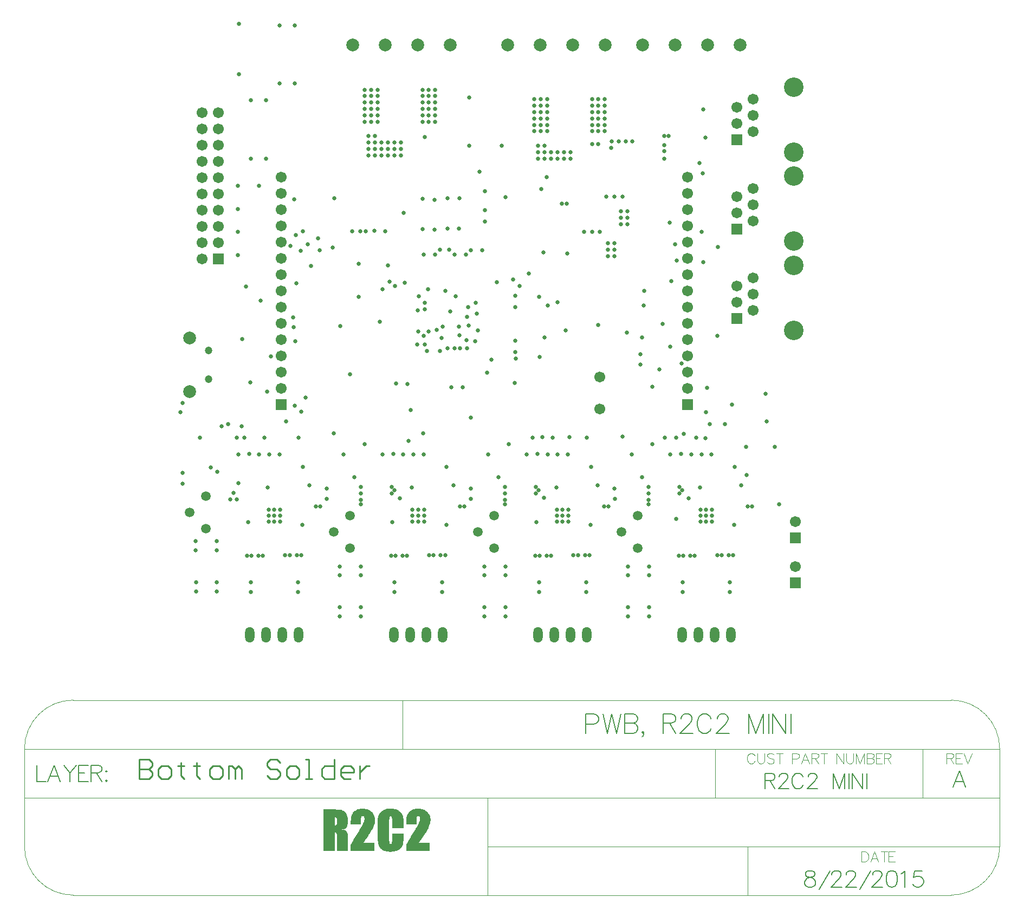
<source format=gbs>
%FSLAX44Y44*%
%MOMM*%
G71*
G01*
G75*
G04 Layer_Color=16711935*
%ADD10C,0.2000*%
%ADD11R,1.5000X1.5000*%
%ADD12R,1.3500X0.4000*%
%ADD13R,1.2000X2.0000*%
%ADD14R,2.0500X0.2500*%
%ADD15R,0.2500X2.0500*%
%ADD16R,1.7500X2.2500*%
%ADD17R,1.4000X2.1000*%
%ADD18R,0.7000X0.8000*%
%ADD19C,0.1000*%
%ADD20R,1.5000X0.5000*%
%ADD21R,0.6000X1.8000*%
%ADD22R,3.3000X2.7000*%
%ADD23R,1.0000X2.7000*%
%ADD24R,2.5000X0.7000*%
%ADD25R,1.4500X0.5500*%
%ADD26R,1.7000X2.5000*%
%ADD27R,1.9000X1.5000*%
%ADD28R,1.1000X1.1000*%
%ADD29R,2.5000X2.5000*%
%ADD30R,0.2500X1.1500*%
%ADD31R,1.1500X0.2500*%
%ADD32R,1.8500X1.2500*%
%ADD33R,1.7500X6.0000*%
%ADD34R,1.2000X1.1000*%
%ADD35R,1.5000X1.9000*%
%ADD36R,1.6000X1.5000*%
%ADD37R,0.8500X3.3500*%
%ADD38R,1.6000X3.2000*%
%ADD39R,1.4000X1.9000*%
%ADD40R,1.9000X1.4000*%
%ADD41R,2.9000X0.8000*%
%ADD42R,1.1000X1.1000*%
%ADD43R,1.1000X1.2000*%
%ADD44R,1.2500X1.8500*%
%ADD45R,0.5000X1.5000*%
%ADD46R,1.5000X1.6000*%
%ADD47C,0.9000*%
%ADD48C,0.8000*%
%ADD49C,0.5000*%
%ADD50C,0.2500*%
%ADD51C,0.1500*%
%ADD52C,0.7500*%
%ADD53C,0.3000*%
%ADD54C,0.2540*%
%ADD55C,0.0254*%
%ADD56C,0.1905*%
%ADD57C,0.1194*%
%ADD58C,1.1000*%
%ADD59C,1.9000*%
%ADD60C,1.4000*%
%ADD61O,1.3500X2.3500*%
%ADD62C,1.6000*%
%ADD63C,2.9500*%
%ADD64R,1.6000X1.6000*%
%ADD65C,0.5500*%
%ADD66R,3.3000X1.1000*%
%ADD67R,9.0000X3.0000*%
%ADD68C,0.6000*%
%ADD69C,0.1778*%
%ADD70C,0.2032*%
%ADD71C,0.4000*%
%ADD72R,2.4000X0.5500*%
%ADD73R,2.4000X0.5500*%
%ADD74R,1.6016X1.6016*%
%ADD75R,1.4516X0.5016*%
%ADD76R,1.3016X2.1016*%
%ADD77R,2.1516X0.3516*%
%ADD78R,0.3516X2.1516*%
%ADD79R,1.8516X2.3516*%
%ADD80R,1.5016X2.2016*%
%ADD81R,0.8016X0.9016*%
%ADD82C,0.2016*%
%ADD83R,1.6016X0.6016*%
%ADD84R,0.7016X1.9016*%
%ADD85R,3.4016X2.8016*%
%ADD86R,1.1016X2.8016*%
%ADD87R,2.6016X0.8016*%
%ADD88R,1.5516X0.6516*%
%ADD89R,1.8016X2.6016*%
%ADD90R,2.0016X1.6016*%
%ADD91R,1.2016X1.2016*%
%ADD92R,2.6016X2.6016*%
%ADD93R,0.3516X1.2516*%
%ADD94R,1.2516X0.3516*%
%ADD95R,1.9516X1.3516*%
%ADD96R,1.8516X6.1016*%
%ADD97R,1.3016X1.2016*%
%ADD98R,1.6016X2.0016*%
%ADD99R,1.7016X1.6016*%
%ADD100R,0.9516X3.4516*%
%ADD101R,1.7016X3.3016*%
%ADD102R,1.5016X2.0016*%
%ADD103R,2.0016X1.5016*%
%ADD104R,3.0016X0.9016*%
%ADD105R,1.2016X1.2016*%
%ADD106R,1.2016X1.3016*%
%ADD107R,1.3516X1.9516*%
%ADD108R,0.6016X1.6016*%
%ADD109R,1.6016X1.7016*%
%ADD110C,2.8000*%
%ADD111C,1.2016*%
%ADD112C,2.0016*%
%ADD113C,1.5016*%
%ADD114O,1.4516X2.4516*%
%ADD115C,1.7016*%
%ADD116C,3.0516*%
%ADD117R,1.7016X1.7016*%
%ADD118C,0.1016*%
%ADD119C,0.6516*%
G36*
X1478806Y661497D02*
X1479639Y661404D01*
X1480565Y661312D01*
X1481676Y661219D01*
X1482787Y660941D01*
X1485194Y660386D01*
X1487694Y659460D01*
X1488898Y658905D01*
X1490009Y658257D01*
X1491120Y657516D01*
X1492138Y656590D01*
X1492231Y656497D01*
X1492323Y656405D01*
X1492601Y656127D01*
X1492971Y655757D01*
X1493342Y655201D01*
X1493712Y654646D01*
X1494175Y653998D01*
X1494731Y653257D01*
X1495656Y651405D01*
X1496397Y649369D01*
X1497045Y646962D01*
X1497138Y645665D01*
X1497230Y644277D01*
Y644184D01*
Y643999D01*
Y643721D01*
Y643258D01*
X1497138Y642795D01*
X1497045Y642147D01*
X1496860Y640666D01*
X1496582Y638907D01*
X1496027Y636870D01*
X1495379Y634740D01*
X1494453Y632426D01*
Y632333D01*
X1494268Y632148D01*
X1494082Y631778D01*
X1493805Y631130D01*
X1493434Y630389D01*
X1492879Y629463D01*
X1492231Y628352D01*
X1491398Y627056D01*
X1490472Y625482D01*
X1489361Y623631D01*
X1488065Y621686D01*
X1486491Y619372D01*
X1484824Y616872D01*
X1482972Y614095D01*
X1480843Y611039D01*
X1478436Y607706D01*
X1495842D01*
Y595300D01*
X1459271D01*
Y605392D01*
X1459364Y605484D01*
X1459456Y605670D01*
X1459642Y606040D01*
X1459919Y606503D01*
X1460290Y607058D01*
X1460753Y607799D01*
X1461215Y608540D01*
X1461771Y609465D01*
X1462975Y611502D01*
X1464363Y613724D01*
X1465845Y616224D01*
X1467419Y618816D01*
X1470566Y624186D01*
X1472140Y626778D01*
X1473622Y629278D01*
X1474918Y631593D01*
X1476121Y633629D01*
X1476584Y634555D01*
X1477047Y635389D01*
X1477417Y636037D01*
X1477695Y636685D01*
Y636777D01*
X1477788Y636963D01*
X1477973Y637240D01*
X1478158Y637703D01*
X1478621Y638722D01*
X1479176Y640018D01*
X1479732Y641499D01*
X1480195Y643073D01*
X1480565Y644554D01*
X1480658Y645851D01*
Y645943D01*
Y646221D01*
Y646684D01*
X1480565Y647147D01*
X1480380Y648258D01*
X1480195Y648721D01*
X1479917Y649184D01*
Y649276D01*
X1479825Y649369D01*
X1479454Y649739D01*
X1478806Y650017D01*
X1478343Y650202D01*
X1477695D01*
X1477140Y650017D01*
X1476492Y649739D01*
X1476121Y649369D01*
X1475844Y648998D01*
Y648906D01*
X1475751Y648813D01*
X1475658Y648443D01*
X1475566Y647980D01*
X1475381Y647332D01*
X1475288Y646406D01*
X1475195Y645295D01*
Y643999D01*
Y637148D01*
X1459271D01*
Y640295D01*
Y640388D01*
Y640573D01*
Y640851D01*
Y641221D01*
Y642147D01*
X1459364Y643443D01*
Y644740D01*
X1459549Y646221D01*
X1459642Y647610D01*
X1459827Y648813D01*
Y648998D01*
X1459919Y649369D01*
X1460104Y650017D01*
X1460382Y650757D01*
X1460753Y651776D01*
X1461215Y652794D01*
X1461864Y653905D01*
X1462604Y655109D01*
X1462697Y655294D01*
X1463067Y655664D01*
X1463530Y656220D01*
X1464178Y656868D01*
X1465104Y657701D01*
X1466122Y658442D01*
X1467233Y659275D01*
X1468530Y659923D01*
X1468715Y660016D01*
X1469178Y660201D01*
X1470011Y660479D01*
X1471029Y660756D01*
X1472325Y661034D01*
X1473807Y661312D01*
X1475381Y661497D01*
X1477232Y661590D01*
X1478158D01*
X1478806Y661497D01*
D02*
G37*
G36*
X1432700Y660293D02*
X1435107D01*
X1437792Y660108D01*
X1440477Y659923D01*
X1441773Y659830D01*
X1442884Y659738D01*
X1443902Y659553D01*
X1444828Y659368D01*
X1445013D01*
X1445569Y659183D01*
X1446310Y658905D01*
X1447328Y658442D01*
X1448439Y657794D01*
X1449643Y656868D01*
X1450846Y655850D01*
X1451957Y654461D01*
X1452050Y654276D01*
X1452235Y654090D01*
X1452420Y653720D01*
X1452605Y653350D01*
X1452883Y652794D01*
X1453068Y652146D01*
X1453346Y651498D01*
X1453624Y650665D01*
X1453901Y649832D01*
X1454087Y648813D01*
X1454272Y647702D01*
X1454457Y646499D01*
X1454642Y645202D01*
X1454735Y643814D01*
Y642332D01*
Y642240D01*
Y641962D01*
Y641592D01*
Y641129D01*
X1454642Y640481D01*
Y639740D01*
X1454457Y638166D01*
X1454179Y636407D01*
X1453809Y634648D01*
X1453346Y633074D01*
X1452976Y632333D01*
X1452605Y631778D01*
X1452513Y631685D01*
X1452235Y631315D01*
X1451679Y630852D01*
X1450939Y630389D01*
X1450013Y629834D01*
X1448809Y629371D01*
X1447328Y629093D01*
X1445569Y628908D01*
X1445754D01*
X1446310Y628815D01*
X1447143Y628723D01*
X1448069Y628537D01*
X1449087Y628260D01*
X1450198Y627797D01*
X1451124Y627241D01*
X1451957Y626501D01*
X1452050Y626408D01*
X1452235Y626130D01*
X1452605Y625667D01*
X1452976Y625205D01*
X1453716Y623816D01*
X1454087Y623168D01*
X1454272Y622427D01*
Y622334D01*
X1454364Y622057D01*
X1454457Y621501D01*
X1454550Y620575D01*
Y620020D01*
Y619372D01*
X1454642Y618539D01*
Y617705D01*
X1454735Y616687D01*
Y615576D01*
Y614280D01*
Y612891D01*
Y595300D01*
X1437699D01*
Y617242D01*
Y617335D01*
Y617427D01*
Y617983D01*
Y618816D01*
X1437607Y619742D01*
X1437514Y620760D01*
X1437422Y621686D01*
X1437236Y622427D01*
X1437051Y622982D01*
Y623075D01*
X1436959Y623168D01*
X1436774Y623353D01*
X1436496Y623538D01*
X1436125Y623723D01*
X1435663Y623816D01*
X1435107Y624001D01*
X1434366D01*
Y595300D01*
X1416220D01*
Y660386D01*
X1431589D01*
X1432700Y660293D01*
D02*
G37*
G36*
X1565464Y661497D02*
X1566297Y661404D01*
X1567223Y661312D01*
X1568334Y661219D01*
X1569445Y660941D01*
X1571852Y660386D01*
X1574352Y659460D01*
X1575555Y658905D01*
X1576666Y658257D01*
X1577777Y657516D01*
X1578796Y656590D01*
X1578888Y656497D01*
X1578981Y656405D01*
X1579259Y656127D01*
X1579629Y655757D01*
X1579999Y655201D01*
X1580370Y654646D01*
X1580833Y653998D01*
X1581388Y653257D01*
X1582314Y651405D01*
X1583055Y649369D01*
X1583703Y646962D01*
X1583795Y645665D01*
X1583888Y644277D01*
Y644184D01*
Y643999D01*
Y643721D01*
Y643258D01*
X1583795Y642795D01*
X1583703Y642147D01*
X1583518Y640666D01*
X1583240Y638907D01*
X1582684Y636870D01*
X1582036Y634740D01*
X1581110Y632426D01*
Y632333D01*
X1580925Y632148D01*
X1580740Y631778D01*
X1580462Y631130D01*
X1580092Y630389D01*
X1579536Y629463D01*
X1578888Y628352D01*
X1578055Y627056D01*
X1577129Y625482D01*
X1576018Y623631D01*
X1574722Y621686D01*
X1573148Y619372D01*
X1571482Y616872D01*
X1569630Y614095D01*
X1567501Y611039D01*
X1565094Y607706D01*
X1582499D01*
Y595300D01*
X1545929D01*
Y605392D01*
X1546022Y605484D01*
X1546114Y605670D01*
X1546299Y606040D01*
X1546577Y606503D01*
X1546947Y607058D01*
X1547410Y607799D01*
X1547873Y608540D01*
X1548429Y609465D01*
X1549632Y611502D01*
X1551021Y613724D01*
X1552502Y616224D01*
X1554076Y618816D01*
X1557224Y624186D01*
X1558798Y626778D01*
X1560279Y629278D01*
X1561575Y631593D01*
X1562779Y633629D01*
X1563242Y634555D01*
X1563705Y635389D01*
X1564075Y636037D01*
X1564353Y636685D01*
Y636777D01*
X1564445Y636963D01*
X1564631Y637240D01*
X1564816Y637703D01*
X1565279Y638722D01*
X1565834Y640018D01*
X1566390Y641499D01*
X1566853Y643073D01*
X1567223Y644554D01*
X1567316Y645851D01*
Y645943D01*
Y646221D01*
Y646684D01*
X1567223Y647147D01*
X1567038Y648258D01*
X1566853Y648721D01*
X1566575Y649184D01*
Y649276D01*
X1566482Y649369D01*
X1566112Y649739D01*
X1565464Y650017D01*
X1565001Y650202D01*
X1564353D01*
X1563797Y650017D01*
X1563149Y649739D01*
X1562779Y649369D01*
X1562501Y648998D01*
Y648906D01*
X1562409Y648813D01*
X1562316Y648443D01*
X1562224Y647980D01*
X1562038Y647332D01*
X1561946Y646406D01*
X1561853Y645295D01*
Y643999D01*
Y637148D01*
X1545929D01*
Y640295D01*
Y640388D01*
Y640573D01*
Y640851D01*
Y641221D01*
Y642147D01*
X1546022Y643443D01*
Y644740D01*
X1546207Y646221D01*
X1546299Y647610D01*
X1546484Y648813D01*
Y648998D01*
X1546577Y649369D01*
X1546762Y650017D01*
X1547040Y650757D01*
X1547410Y651776D01*
X1547873Y652794D01*
X1548521Y653905D01*
X1549262Y655109D01*
X1549355Y655294D01*
X1549725Y655664D01*
X1550188Y656220D01*
X1550836Y656868D01*
X1551762Y657701D01*
X1552780Y658442D01*
X1553891Y659275D01*
X1555187Y659923D01*
X1555372Y660016D01*
X1555835Y660201D01*
X1556669Y660479D01*
X1557687Y660756D01*
X1558983Y661034D01*
X1560464Y661312D01*
X1562038Y661497D01*
X1563890Y661590D01*
X1564816D01*
X1565464Y661497D01*
D02*
G37*
G36*
X1523154Y661682D02*
X1523987Y661590D01*
X1525653Y661404D01*
X1527690Y661034D01*
X1529727Y660571D01*
X1531856Y659830D01*
X1533801Y658812D01*
X1533893D01*
X1533986Y658719D01*
X1534634Y658257D01*
X1535467Y657608D01*
X1536485Y656775D01*
X1537596Y655664D01*
X1538707Y654461D01*
X1539633Y652979D01*
X1540374Y651405D01*
Y651313D01*
X1540466Y651220D01*
X1540559Y650943D01*
X1540652Y650572D01*
X1540744Y650109D01*
X1540837Y649554D01*
X1541022Y648906D01*
X1541207Y648073D01*
X1541300Y647239D01*
X1541485Y646221D01*
X1541577Y645110D01*
X1541670Y643906D01*
X1541763Y642610D01*
X1541855Y641221D01*
X1541948Y639740D01*
Y638074D01*
Y631222D01*
X1523802D01*
Y643073D01*
Y643166D01*
Y643258D01*
Y643814D01*
Y644554D01*
X1523709Y645480D01*
Y646406D01*
X1523616Y647332D01*
X1523524Y648073D01*
X1523339Y648535D01*
X1523246Y648721D01*
X1522968Y648998D01*
X1522505Y649276D01*
X1521672Y649461D01*
X1521394D01*
X1520839Y649369D01*
X1520191Y648998D01*
X1519913Y648721D01*
X1519728Y648350D01*
Y648258D01*
X1519635Y648073D01*
Y647795D01*
X1519543Y647239D01*
X1519450Y646406D01*
Y645388D01*
X1519358Y644091D01*
Y642517D01*
Y612984D01*
Y612891D01*
Y612798D01*
Y612243D01*
Y611502D01*
X1519450Y610576D01*
Y609650D01*
X1519543Y608725D01*
X1519635Y607892D01*
X1519728Y607336D01*
X1519821Y607151D01*
X1520098Y606873D01*
X1520746Y606503D01*
X1521117Y606410D01*
X1521580Y606318D01*
X1521765D01*
X1522320Y606503D01*
X1522876Y606781D01*
X1523154Y607058D01*
X1523339Y607429D01*
Y607521D01*
X1523431Y607706D01*
X1523524Y608077D01*
X1523616Y608632D01*
Y609465D01*
X1523709Y610484D01*
X1523802Y611872D01*
Y612706D01*
Y613632D01*
Y622427D01*
X1541948D01*
Y619187D01*
Y619094D01*
Y618724D01*
Y618261D01*
Y617520D01*
Y616779D01*
X1541855Y615761D01*
Y614743D01*
X1541763Y613632D01*
X1541577Y611317D01*
X1541300Y608910D01*
X1540929Y606688D01*
X1540744Y605762D01*
X1540466Y604836D01*
Y604744D01*
X1540374Y604651D01*
X1540189Y604096D01*
X1539726Y603262D01*
X1539078Y602244D01*
X1538244Y601040D01*
X1537133Y599837D01*
X1535745Y598541D01*
X1533986Y597244D01*
X1533893D01*
X1533801Y597152D01*
X1533523Y596967D01*
X1533060Y596782D01*
X1532597Y596504D01*
X1532041Y596226D01*
X1531393Y595948D01*
X1530560Y595671D01*
X1528801Y595022D01*
X1526764Y594560D01*
X1524357Y594189D01*
X1521765Y594004D01*
X1520561D01*
X1519913Y594097D01*
X1519172Y594189D01*
X1517413Y594374D01*
X1515376Y594652D01*
X1513340Y595115D01*
X1511210Y595763D01*
X1509266Y596689D01*
X1509173D01*
X1509081Y596782D01*
X1508433Y597244D01*
X1507599Y597800D01*
X1506581Y598726D01*
X1505563Y599744D01*
X1504452Y601040D01*
X1503526Y602614D01*
X1502785Y604281D01*
Y604373D01*
X1502693Y604558D01*
X1502600Y604836D01*
X1502507Y605207D01*
X1502415Y605670D01*
X1502322Y606318D01*
X1502137Y607058D01*
X1502045Y607892D01*
X1501859Y608910D01*
X1501674Y609928D01*
X1501582Y611132D01*
X1501489Y612428D01*
X1501396Y613817D01*
X1501304Y615391D01*
X1501211Y616965D01*
Y618724D01*
Y637240D01*
Y637333D01*
Y637518D01*
Y637888D01*
Y638351D01*
Y638999D01*
Y639647D01*
X1501304Y641129D01*
Y642888D01*
X1501396Y644554D01*
X1501489Y646221D01*
X1501674Y647702D01*
Y647887D01*
X1501767Y648350D01*
X1501952Y648998D01*
X1502230Y649924D01*
X1502600Y650943D01*
X1503063Y652054D01*
X1503711Y653350D01*
X1504544Y654553D01*
X1504637Y654738D01*
X1505007Y655109D01*
X1505563Y655757D01*
X1506303Y656497D01*
X1507322Y657331D01*
X1508525Y658164D01*
X1509821Y659090D01*
X1511395Y659830D01*
X1511488D01*
X1511581Y659923D01*
X1511858Y660016D01*
X1512136Y660108D01*
X1513062Y660479D01*
X1514265Y660849D01*
X1515747Y661127D01*
X1517413Y661497D01*
X1519265Y661682D01*
X1521302Y661775D01*
X1522598D01*
X1523154Y661682D01*
D02*
G37*
%LPC*%
G36*
X1434366Y647980D02*
Y635481D01*
X1434922D01*
X1435292Y635574D01*
X1436033Y635759D01*
X1436774Y636037D01*
X1436959Y636222D01*
X1437051Y636407D01*
X1437236Y636777D01*
X1437422Y637333D01*
X1437514Y638074D01*
X1437699Y639092D01*
Y640388D01*
Y643906D01*
Y643999D01*
Y644369D01*
Y644740D01*
X1437607Y645295D01*
X1437329Y646406D01*
X1437144Y646869D01*
X1436866Y647239D01*
X1436681Y647332D01*
X1436218Y647610D01*
X1435477Y647887D01*
X1434366Y647980D01*
D02*
G37*
%LPD*%
D54*
X1128720Y738290D02*
Y708300D01*
X1143715D01*
X1148714Y713299D01*
Y718297D01*
X1143715Y723295D01*
X1128720D01*
X1143715D01*
X1148714Y728294D01*
Y733292D01*
X1143715Y738290D01*
X1128720D01*
X1163709Y708300D02*
X1173706D01*
X1178704Y713299D01*
Y723295D01*
X1173706Y728294D01*
X1163709D01*
X1158710Y723295D01*
Y713299D01*
X1163709Y708300D01*
X1193699Y733292D02*
Y728294D01*
X1188701D01*
X1198698D01*
X1193699D01*
Y713299D01*
X1198698Y708300D01*
X1218691Y733292D02*
Y728294D01*
X1213693D01*
X1223689D01*
X1218691D01*
Y713299D01*
X1223689Y708300D01*
X1243683D02*
X1253680D01*
X1258678Y713299D01*
Y723295D01*
X1253680Y728294D01*
X1243683D01*
X1238684Y723295D01*
Y713299D01*
X1243683Y708300D01*
X1268675D02*
Y728294D01*
X1273673D01*
X1278672Y723295D01*
Y708300D01*
Y723295D01*
X1283670Y728294D01*
X1288668Y723295D01*
Y708300D01*
X1348649Y733292D02*
X1343651Y738290D01*
X1333654D01*
X1328655Y733292D01*
Y728294D01*
X1333654Y723295D01*
X1343651D01*
X1348649Y718297D01*
Y713299D01*
X1343651Y708300D01*
X1333654D01*
X1328655Y713299D01*
X1363644Y708300D02*
X1373641D01*
X1378639Y713299D01*
Y723295D01*
X1373641Y728294D01*
X1363644D01*
X1358646Y723295D01*
Y713299D01*
X1363644Y708300D01*
X1388636D02*
X1398633D01*
X1393634D01*
Y738290D01*
X1388636D01*
X1433621D02*
Y708300D01*
X1418626D01*
X1413628Y713299D01*
Y723295D01*
X1418626Y728294D01*
X1433621D01*
X1458613Y708300D02*
X1448617D01*
X1443618Y713299D01*
Y723295D01*
X1448617Y728294D01*
X1458613D01*
X1463612Y723295D01*
Y718297D01*
X1443618D01*
X1473609Y728294D02*
Y708300D01*
Y718297D01*
X1478607Y723295D01*
X1483605Y728294D01*
X1488604D01*
D55*
X949335Y602598D02*
G03*
X1025535Y526398I76200J0D01*
G01*
Y831198D02*
G03*
X949335Y754998I0J-76200D01*
G01*
X2473335D02*
G03*
X2397135Y831198I-76200J0D01*
G01*
Y526398D02*
G03*
X2473335Y602598I0J76200D01*
G01*
X949335D02*
G03*
X1025535Y526398I76200J0D01*
G01*
Y831198D02*
G03*
X949335Y754998I0J-76200D01*
G01*
X2473335D02*
G03*
X2397135Y831198I-76200J0D01*
G01*
Y526398D02*
G03*
X2473335Y602598I0J76200D01*
G01*
X1673235Y526398D02*
Y678798D01*
X949334D02*
X2473335D01*
X949334Y602598D02*
Y754998D01*
X1025535Y831198D02*
X2397135D01*
X2473335Y602598D02*
Y754998D01*
X1025535Y526398D02*
X2397135D01*
X1673235Y602598D02*
X2473335D01*
X2079635Y526398D02*
Y602598D01*
X949334Y754998D02*
X2473335D01*
X1539884D02*
Y831198D01*
X2028835Y678798D02*
Y754998D01*
X2352684Y678798D02*
Y754998D01*
X1673235Y526398D02*
Y678798D01*
X949334D02*
X2473335D01*
X949334Y602598D02*
Y754998D01*
X1025535Y831198D02*
X2397135D01*
X2473335Y602598D02*
Y754998D01*
X1025535Y526398D02*
X2397135D01*
X1673235Y602598D02*
X2473335D01*
X2079635Y526398D02*
Y602598D01*
X949334Y754998D02*
X2473335D01*
X1539884D02*
Y831198D01*
X2028835Y678798D02*
Y754998D01*
X2352684Y678798D02*
Y754998D01*
D56*
X2106220Y716795D02*
Y692800D01*
Y716795D02*
X2116504D01*
X2119931Y715652D01*
X2121074Y714510D01*
X2122217Y712225D01*
Y709939D01*
X2121074Y707654D01*
X2119931Y706512D01*
X2116504Y705369D01*
X2106220D01*
X2114218D02*
X2122217Y692800D01*
X2128730Y711082D02*
Y712225D01*
X2129872Y714510D01*
X2131015Y715652D01*
X2133300Y716795D01*
X2137870D01*
X2140156Y715652D01*
X2141298Y714510D01*
X2142441Y712225D01*
Y709939D01*
X2141298Y707654D01*
X2139013Y704226D01*
X2127587Y692800D01*
X2143584D01*
X2166093Y711082D02*
X2164950Y713367D01*
X2162665Y715652D01*
X2160380Y716795D01*
X2155809D01*
X2153524Y715652D01*
X2151239Y713367D01*
X2150096Y711082D01*
X2148954Y707654D01*
Y701941D01*
X2150096Y698513D01*
X2151239Y696228D01*
X2153524Y693943D01*
X2155809Y692800D01*
X2160380D01*
X2162665Y693943D01*
X2164950Y696228D01*
X2166093Y698513D01*
X2173977Y711082D02*
Y712225D01*
X2175120Y714510D01*
X2176262Y715652D01*
X2178548Y716795D01*
X2183118D01*
X2185403Y715652D01*
X2186546Y714510D01*
X2187688Y712225D01*
Y709939D01*
X2186546Y707654D01*
X2184261Y704226D01*
X2172834Y692800D01*
X2188831D01*
X2213054Y716795D02*
Y692800D01*
Y716795D02*
X2222195Y692800D01*
X2231336Y716795D02*
X2222195Y692800D01*
X2231336Y716795D02*
Y692800D01*
X2238192Y716795D02*
Y692800D01*
X2243219Y716795D02*
Y692800D01*
Y716795D02*
X2259216Y692800D01*
Y716795D02*
Y692800D01*
X2265843Y716795D02*
Y692800D01*
X1826315Y793694D02*
X1839169D01*
X1843454Y795122D01*
X1844882Y796550D01*
X1846310Y799407D01*
Y803691D01*
X1844882Y806548D01*
X1843454Y807976D01*
X1839169Y809405D01*
X1826315D01*
Y779411D01*
X1853023Y809405D02*
X1860164Y779411D01*
X1867306Y809405D02*
X1860164Y779411D01*
X1867306Y809405D02*
X1874447Y779411D01*
X1881588Y809405D02*
X1874447Y779411D01*
X1887587Y809405D02*
Y779411D01*
Y809405D02*
X1900441D01*
X1904726Y807976D01*
X1906155Y806548D01*
X1907583Y803691D01*
Y800835D01*
X1906155Y797979D01*
X1904726Y796550D01*
X1900441Y795122D01*
X1887587D02*
X1900441D01*
X1904726Y793694D01*
X1906155Y792265D01*
X1907583Y789409D01*
Y785124D01*
X1906155Y782268D01*
X1904726Y780839D01*
X1900441Y779411D01*
X1887587D01*
X1917152Y780839D02*
X1915724Y779411D01*
X1914296Y780839D01*
X1915724Y782268D01*
X1917152Y780839D01*
Y777983D01*
X1915724Y775126D01*
X1914296Y773698D01*
X1947289Y809405D02*
Y779411D01*
Y809405D02*
X1960143D01*
X1964428Y807976D01*
X1965856Y806548D01*
X1967284Y803691D01*
Y800835D01*
X1965856Y797979D01*
X1964428Y796550D01*
X1960143Y795122D01*
X1947289D01*
X1957287D02*
X1967284Y779411D01*
X1975426Y802263D02*
Y803691D01*
X1976854Y806548D01*
X1978282Y807976D01*
X1981138Y809405D01*
X1986852D01*
X1989708Y807976D01*
X1991136Y806548D01*
X1992565Y803691D01*
Y800835D01*
X1991136Y797979D01*
X1988280Y793694D01*
X1973997Y779411D01*
X1993993D01*
X2022130Y802263D02*
X2020701Y805120D01*
X2017845Y807976D01*
X2014988Y809405D01*
X2009275D01*
X2006419Y807976D01*
X2003562Y805120D01*
X2002134Y802263D01*
X2000706Y797979D01*
Y790837D01*
X2002134Y786552D01*
X2003562Y783696D01*
X2006419Y780839D01*
X2009275Y779411D01*
X2014988D01*
X2017845Y780839D01*
X2020701Y783696D01*
X2022130Y786552D01*
X2031985Y802263D02*
Y803691D01*
X2033413Y806548D01*
X2034841Y807976D01*
X2037698Y809405D01*
X2043411D01*
X2046267Y807976D01*
X2047696Y806548D01*
X2049124Y803691D01*
Y800835D01*
X2047696Y797979D01*
X2044839Y793694D01*
X2030556Y779411D01*
X2050552D01*
X2080831Y809405D02*
Y779411D01*
Y809405D02*
X2092258Y779411D01*
X2103684Y809405D02*
X2092258Y779411D01*
X2103684Y809405D02*
Y779411D01*
X2112253Y809405D02*
Y779411D01*
X2118538Y809405D02*
Y779411D01*
Y809405D02*
X2138533Y779411D01*
Y809405D02*
Y779411D01*
X2146817Y809405D02*
Y779411D01*
X2420039Y695011D02*
X2410365Y720406D01*
X2400691Y695011D01*
X2404318Y703476D02*
X2416411D01*
X2174581Y564493D02*
X2170953Y563284D01*
X2169744Y560865D01*
Y558447D01*
X2170953Y556028D01*
X2173372Y554819D01*
X2178209Y553609D01*
X2181837Y552400D01*
X2184255Y549982D01*
X2185464Y547563D01*
Y543935D01*
X2184255Y541517D01*
X2183046Y540308D01*
X2179418Y539098D01*
X2174581D01*
X2170953Y540308D01*
X2169744Y541517D01*
X2168535Y543935D01*
Y547563D01*
X2169744Y549982D01*
X2172162Y552400D01*
X2175790Y553609D01*
X2180627Y554819D01*
X2183046Y556028D01*
X2184255Y558447D01*
Y560865D01*
X2183046Y563284D01*
X2179418Y564493D01*
X2174581D01*
X2191148Y535470D02*
X2208078Y564493D01*
X2210980Y558447D02*
Y559656D01*
X2212189Y562074D01*
X2213398Y563284D01*
X2215817Y564493D01*
X2220654D01*
X2223072Y563284D01*
X2224282Y562074D01*
X2225491Y559656D01*
Y557237D01*
X2224282Y554819D01*
X2221863Y551191D01*
X2209771Y539098D01*
X2226700D01*
X2233593Y558447D02*
Y559656D01*
X2234802Y562074D01*
X2236012Y563284D01*
X2238430Y564493D01*
X2243267D01*
X2245686Y563284D01*
X2246895Y562074D01*
X2248104Y559656D01*
Y557237D01*
X2246895Y554819D01*
X2244476Y551191D01*
X2232384Y539098D01*
X2249314D01*
X2254997Y535470D02*
X2271927Y564493D01*
X2274829Y558447D02*
Y559656D01*
X2276038Y562074D01*
X2277247Y563284D01*
X2279666Y564493D01*
X2284503D01*
X2286922Y563284D01*
X2288131Y562074D01*
X2289340Y559656D01*
Y557237D01*
X2288131Y554819D01*
X2285712Y551191D01*
X2273620Y539098D01*
X2290549D01*
X2303488Y564493D02*
X2299861Y563284D01*
X2297442Y559656D01*
X2296233Y553609D01*
Y549982D01*
X2297442Y543935D01*
X2299861Y540308D01*
X2303488Y539098D01*
X2305907D01*
X2309535Y540308D01*
X2311953Y543935D01*
X2313163Y549982D01*
Y553609D01*
X2311953Y559656D01*
X2309535Y563284D01*
X2305907Y564493D01*
X2303488D01*
X2318846Y559656D02*
X2321265Y560865D01*
X2324892Y564493D01*
Y539098D01*
X2351980Y564493D02*
X2339887D01*
X2338678Y553609D01*
X2339887Y554819D01*
X2343515Y556028D01*
X2347143D01*
X2350771Y554819D01*
X2353189Y552400D01*
X2354398Y548772D01*
Y546354D01*
X2353189Y542726D01*
X2350771Y540308D01*
X2347143Y539098D01*
X2343515D01*
X2339887Y540308D01*
X2338678Y541517D01*
X2337469Y543935D01*
X968385Y729593D02*
Y704198D01*
X982896D01*
X1005025D02*
X995351Y729593D01*
X985677Y704198D01*
X989305Y712663D02*
X1001397D01*
X1010951Y729593D02*
X1020625Y717500D01*
Y704198D01*
X1030299Y729593D02*
X1020625Y717500D01*
X1049284Y729593D02*
X1033564D01*
Y704198D01*
X1049284D01*
X1033564Y717500D02*
X1043238D01*
X1053517Y729593D02*
Y704198D01*
Y729593D02*
X1064400D01*
X1068028Y728383D01*
X1069237Y727174D01*
X1070447Y724756D01*
Y722337D01*
X1069237Y719919D01*
X1068028Y718709D01*
X1064400Y717500D01*
X1053517D01*
X1061982D02*
X1070447Y704198D01*
X1077339Y721128D02*
X1076130Y719919D01*
X1077339Y718709D01*
X1078549Y719919D01*
X1077339Y721128D01*
Y706617D02*
X1076130Y705407D01*
X1077339Y704198D01*
X1078549Y705407D01*
X1077339Y706617D01*
D57*
X2090264Y744326D02*
X2089502Y745849D01*
X2087979Y747373D01*
X2086455Y748134D01*
X2083408D01*
X2081885Y747373D01*
X2080361Y745849D01*
X2079600Y744326D01*
X2078838Y742040D01*
Y738232D01*
X2079600Y735947D01*
X2080361Y734423D01*
X2081885Y732900D01*
X2083408Y732138D01*
X2086455D01*
X2087979Y732900D01*
X2089502Y734423D01*
X2090264Y735947D01*
X2094758Y748134D02*
Y736709D01*
X2095520Y734423D01*
X2097043Y732900D01*
X2099328Y732138D01*
X2100852D01*
X2103137Y732900D01*
X2104660Y734423D01*
X2105422Y736709D01*
Y748134D01*
X2120504Y745849D02*
X2118981Y747373D01*
X2116695Y748134D01*
X2113649D01*
X2111363Y747373D01*
X2109840Y745849D01*
Y744326D01*
X2110602Y742802D01*
X2111363Y742040D01*
X2112887Y741279D01*
X2117457Y739755D01*
X2118981Y738994D01*
X2119742Y738232D01*
X2120504Y736709D01*
Y734423D01*
X2118981Y732900D01*
X2116695Y732138D01*
X2113649D01*
X2111363Y732900D01*
X2109840Y734423D01*
X2129416Y748134D02*
Y732138D01*
X2124084Y748134D02*
X2134748D01*
X2149221Y739755D02*
X2156076D01*
X2158361Y740517D01*
X2159123Y741279D01*
X2159885Y742802D01*
Y745087D01*
X2159123Y746611D01*
X2158361Y747373D01*
X2156076Y748134D01*
X2149221D01*
Y732138D01*
X2175652D02*
X2169558Y748134D01*
X2163465Y732138D01*
X2165750Y737470D02*
X2173367D01*
X2179384Y748134D02*
Y732138D01*
Y748134D02*
X2186240D01*
X2188525Y747373D01*
X2189287Y746611D01*
X2190049Y745087D01*
Y743564D01*
X2189287Y742040D01*
X2188525Y741279D01*
X2186240Y740517D01*
X2179384D01*
X2184716D02*
X2190049Y732138D01*
X2198961Y748134D02*
Y732138D01*
X2193629Y748134D02*
X2204293D01*
X2218765D02*
Y732138D01*
Y748134D02*
X2229429Y732138D01*
Y748134D02*
Y732138D01*
X2233847Y748134D02*
Y736709D01*
X2234609Y734423D01*
X2236132Y732900D01*
X2238418Y732138D01*
X2239941D01*
X2242226Y732900D01*
X2243750Y734423D01*
X2244511Y736709D01*
Y748134D01*
X2248929D02*
Y732138D01*
Y748134D02*
X2255023Y732138D01*
X2261117Y748134D02*
X2255023Y732138D01*
X2261117Y748134D02*
Y732138D01*
X2265687Y748134D02*
Y732138D01*
Y748134D02*
X2272542D01*
X2274828Y747373D01*
X2275589Y746611D01*
X2276351Y745087D01*
Y743564D01*
X2275589Y742040D01*
X2274828Y741279D01*
X2272542Y740517D01*
X2265687D02*
X2272542D01*
X2274828Y739755D01*
X2275589Y738994D01*
X2276351Y737470D01*
Y735185D01*
X2275589Y733662D01*
X2274828Y732900D01*
X2272542Y732138D01*
X2265687D01*
X2289833Y748134D02*
X2279931D01*
Y732138D01*
X2289833D01*
X2279931Y740517D02*
X2286025D01*
X2292499Y748134D02*
Y732138D01*
Y748134D02*
X2299355D01*
X2301640Y747373D01*
X2302402Y746611D01*
X2303163Y745087D01*
Y743564D01*
X2302402Y742040D01*
X2301640Y741279D01*
X2299355Y740517D01*
X2292499D01*
X2297831D02*
X2303163Y732138D01*
X2390635Y748134D02*
Y732138D01*
Y748134D02*
X2397491D01*
X2399776Y747373D01*
X2400538Y746611D01*
X2401299Y745087D01*
Y743564D01*
X2400538Y742040D01*
X2399776Y741279D01*
X2397491Y740517D01*
X2390635D01*
X2395967D02*
X2401299Y732138D01*
X2414782Y748134D02*
X2404879D01*
Y732138D01*
X2414782D01*
X2404879Y740517D02*
X2410973D01*
X2417448Y748134D02*
X2423541Y732138D01*
X2429635Y748134D02*
X2423541Y732138D01*
X2257236Y594464D02*
Y578468D01*
Y594464D02*
X2262567D01*
X2264853Y593703D01*
X2266376Y592179D01*
X2267138Y590656D01*
X2267899Y588371D01*
Y584562D01*
X2267138Y582277D01*
X2266376Y580753D01*
X2264853Y579230D01*
X2262567Y578468D01*
X2257236D01*
X2283667D02*
X2277573Y594464D01*
X2271480Y578468D01*
X2273765Y583800D02*
X2281382D01*
X2292731Y594464D02*
Y578468D01*
X2287399Y594464D02*
X2298063D01*
X2309870D02*
X2299968D01*
Y578468D01*
X2309870D01*
X2299968Y586847D02*
X2306061D01*
D111*
X1237362Y1333050D02*
D03*
Y1377550D02*
D03*
D112*
X1207362Y1313550D02*
D03*
Y1397050D02*
D03*
X1614670Y1855300D02*
D03*
X1513070D02*
D03*
X1462270D02*
D03*
X1563870D02*
D03*
X2067671D02*
D03*
X1966071D02*
D03*
X1915271D02*
D03*
X2016871D02*
D03*
X1857119D02*
D03*
X1755519D02*
D03*
X1704719D02*
D03*
X1806319D02*
D03*
D113*
X1207820Y1124300D02*
D03*
X1233220Y1098900D02*
D03*
Y1149700D02*
D03*
X1882320Y1094300D02*
D03*
X1907720Y1068900D02*
D03*
Y1119700D02*
D03*
X1657820Y1094300D02*
D03*
X1683220Y1068900D02*
D03*
Y1119700D02*
D03*
X1432320Y1094300D02*
D03*
X1457720Y1068900D02*
D03*
Y1119700D02*
D03*
D114*
X1326970Y933050D02*
D03*
X1377770D02*
D03*
X1352370D02*
D03*
X1301570D02*
D03*
X2002270Y933050D02*
D03*
X2053070D02*
D03*
X2027670D02*
D03*
X1976870D02*
D03*
X1777470Y933050D02*
D03*
X1828270D02*
D03*
X1802870D02*
D03*
X1752070D02*
D03*
X1552020Y933050D02*
D03*
X1602820D02*
D03*
X1577420D02*
D03*
X1526620D02*
D03*
D115*
X1848220Y1286300D02*
D03*
Y1336300D02*
D03*
X2087720Y1580450D02*
D03*
Y1605850D02*
D03*
X2062320Y1593150D02*
D03*
Y1618550D02*
D03*
X2087720Y1631250D02*
D03*
X2154220Y1110000D02*
D03*
X1226720Y1749100D02*
D03*
X1252120D02*
D03*
X1226720Y1723700D02*
D03*
X1252120D02*
D03*
X1226720Y1698300D02*
D03*
X1252120D02*
D03*
X1226720Y1672900D02*
D03*
X1252120D02*
D03*
X1226720Y1647500D02*
D03*
X1252120D02*
D03*
X1226720Y1622100D02*
D03*
X1252120D02*
D03*
X1226720Y1596700D02*
D03*
X1252120D02*
D03*
X1226720Y1571300D02*
D03*
X1252120D02*
D03*
X1226720Y1545900D02*
D03*
X1252120D02*
D03*
X1226720Y1520500D02*
D03*
X1985220Y1318300D02*
D03*
Y1343700D02*
D03*
Y1369100D02*
D03*
Y1394500D02*
D03*
Y1419900D02*
D03*
Y1445300D02*
D03*
Y1470700D02*
D03*
Y1496100D02*
D03*
Y1521500D02*
D03*
Y1546900D02*
D03*
Y1572300D02*
D03*
Y1597700D02*
D03*
Y1623100D02*
D03*
Y1648500D02*
D03*
X2087720Y1719450D02*
D03*
Y1744850D02*
D03*
X2062320Y1732150D02*
D03*
Y1757550D02*
D03*
X2087720Y1770250D02*
D03*
X2087720Y1440450D02*
D03*
Y1465850D02*
D03*
X2062320Y1453150D02*
D03*
Y1478550D02*
D03*
X2087720Y1491250D02*
D03*
X1350220Y1318300D02*
D03*
Y1343700D02*
D03*
Y1369100D02*
D03*
Y1394500D02*
D03*
Y1419900D02*
D03*
Y1445300D02*
D03*
Y1470700D02*
D03*
Y1496100D02*
D03*
Y1521500D02*
D03*
Y1546900D02*
D03*
Y1572300D02*
D03*
Y1597700D02*
D03*
Y1623100D02*
D03*
Y1648500D02*
D03*
X2154220Y1040000D02*
D03*
D116*
X2151220Y1650300D02*
D03*
Y1548700D02*
D03*
X2151220Y1789300D02*
D03*
Y1687700D02*
D03*
X2151220Y1510300D02*
D03*
Y1408700D02*
D03*
D117*
X2062320Y1567750D02*
D03*
X2154220Y1084600D02*
D03*
X1252120Y1520500D02*
D03*
X1985220Y1292900D02*
D03*
X2062320Y1706750D02*
D03*
X2062320Y1427750D02*
D03*
X1350220Y1292900D02*
D03*
X2154220Y1014600D02*
D03*
D118*
X2141220Y1855300D02*
D03*
X1232220Y946300D02*
D03*
X2141220Y945300D02*
D03*
X1231220Y1855300D02*
D03*
D119*
X1339720Y1119550D02*
D03*
X1348720Y1128550D02*
D03*
Y1119550D02*
D03*
Y1110550D02*
D03*
X1339720D02*
D03*
X1330720D02*
D03*
Y1128550D02*
D03*
X1339720D02*
D03*
X1330720Y1119550D02*
D03*
X2014720Y1119551D02*
D03*
X2023720Y1128551D02*
D03*
Y1119551D02*
D03*
Y1110551D02*
D03*
X2014720D02*
D03*
X2005720D02*
D03*
Y1128551D02*
D03*
X2014720D02*
D03*
X2005720Y1119551D02*
D03*
X1790220Y1119550D02*
D03*
X1799220Y1128550D02*
D03*
Y1119550D02*
D03*
Y1110550D02*
D03*
X1790220D02*
D03*
X1781220D02*
D03*
Y1128550D02*
D03*
X1790220D02*
D03*
X1781220Y1119550D02*
D03*
X1564720D02*
D03*
X1573720Y1128550D02*
D03*
Y1119550D02*
D03*
Y1110550D02*
D03*
X1564720D02*
D03*
X1555720D02*
D03*
Y1128550D02*
D03*
X1564720D02*
D03*
X1555720Y1119550D02*
D03*
X1967670Y1114630D02*
D03*
X1694720Y1697800D02*
D03*
X1644720D02*
D03*
Y1772800D02*
D03*
X1196220Y1295300D02*
D03*
X1578221Y1377301D02*
D03*
X1949220Y1688950D02*
D03*
X1948720Y1677800D02*
D03*
X1949220Y1698950D02*
D03*
X2013720Y1710300D02*
D03*
X2003720Y1670300D02*
D03*
X1754720Y1367800D02*
D03*
X1957220Y1577800D02*
D03*
X2007220Y1562800D02*
D03*
X1542220Y1592800D02*
D03*
X1517220Y1510300D02*
D03*
X1509220Y1473300D02*
D03*
X1368825Y1429070D02*
D03*
X1388490Y1304405D02*
D03*
X1289720Y1395300D02*
D03*
X1302220Y1327800D02*
D03*
X1267220Y1262800D02*
D03*
X1358490Y1266570D02*
D03*
X1371325Y1291530D02*
D03*
X1432220Y1247800D02*
D03*
X1572220D02*
D03*
X1647220Y1272800D02*
D03*
X1930365Y1320786D02*
D03*
X1946246Y1419468D02*
D03*
X1917220Y1447800D02*
D03*
X1960302Y1485882D02*
D03*
X1737220Y1497800D02*
D03*
X1318220Y1455800D02*
D03*
X1374490Y1482905D02*
D03*
X1442490Y1415905D02*
D03*
X1883720Y1617800D02*
D03*
X1871220D02*
D03*
X1858720D02*
D03*
X1848720Y1562800D02*
D03*
X1836220D02*
D03*
X1823720D02*
D03*
X1789220Y1607300D02*
D03*
X1956220Y1713000D02*
D03*
X1949220D02*
D03*
X1796720Y1607300D02*
D03*
X2032470Y1400550D02*
D03*
X2033220Y1539050D02*
D03*
X2077720Y1182800D02*
D03*
X2122220Y1227300D02*
D03*
X1958244Y1383276D02*
D03*
X1976220Y1357300D02*
D03*
X1941720Y1347800D02*
D03*
X1912244Y1371776D02*
D03*
Y1355776D02*
D03*
X2020220Y1262550D02*
D03*
X2044220D02*
D03*
X1668470Y1579300D02*
D03*
Y1597300D02*
D03*
X1669220Y1626300D02*
D03*
X1660220Y1657300D02*
D03*
X1590220Y1613300D02*
D03*
Y1566300D02*
D03*
X1610220Y1615300D02*
D03*
X1571220Y1614800D02*
D03*
Y1567800D02*
D03*
X1610220Y1568300D02*
D03*
X1628220Y1568300D02*
D03*
X1629220Y1615300D02*
D03*
X1890970Y1406050D02*
D03*
X1382220Y1282300D02*
D03*
X1475070Y1164050D02*
D03*
Y1154050D02*
D03*
Y1144050D02*
D03*
Y1137300D02*
D03*
X1522820Y1164050D02*
D03*
Y1154300D02*
D03*
X1527070Y1159050D02*
D03*
X1700520Y1164050D02*
D03*
Y1154050D02*
D03*
Y1144050D02*
D03*
Y1137300D02*
D03*
X1748270Y1164050D02*
D03*
Y1154300D02*
D03*
X1752520Y1159050D02*
D03*
X1250720Y1187800D02*
D03*
X1283220Y1170300D02*
D03*
X1271220Y1145300D02*
D03*
X1281220D02*
D03*
X1276220Y1155300D02*
D03*
X1282470Y1634800D02*
D03*
Y1598800D02*
D03*
Y1562800D02*
D03*
Y1526800D02*
D03*
X1295220Y1478050D02*
D03*
X1193220Y1281300D02*
D03*
X1976970Y1159050D02*
D03*
X1972720Y1154300D02*
D03*
Y1164050D02*
D03*
X1924970Y1137300D02*
D03*
Y1144050D02*
D03*
Y1154050D02*
D03*
Y1164050D02*
D03*
X2054620Y1292900D02*
D03*
X1284720Y1888300D02*
D03*
X1284720Y1809800D02*
D03*
X1573221Y1400300D02*
D03*
X1217170Y1001380D02*
D03*
X1250170D02*
D03*
X1217170Y1015380D02*
D03*
X1250170D02*
D03*
X1442320Y962300D02*
D03*
X1475320D02*
D03*
X1442320Y976300D02*
D03*
X1475320D02*
D03*
X2015866Y1319570D02*
D03*
X1797220Y1529300D02*
D03*
X1760720Y1531300D02*
D03*
X1347720Y1885800D02*
D03*
X1371720D02*
D03*
Y1794800D02*
D03*
X1347720D02*
D03*
X1316220Y1635300D02*
D03*
X1371220Y1614300D02*
D03*
X1623221Y1462300D02*
D03*
X2023170Y1215379D02*
D03*
X1598221Y1535300D02*
D03*
X1613221D02*
D03*
X1647220Y1534300D02*
D03*
X1664220D02*
D03*
X1643221Y1416300D02*
D03*
X1641221Y1430300D02*
D03*
X1642220Y1445300D02*
D03*
X1639720Y1393800D02*
D03*
X1628221Y1415300D02*
D03*
X1614971Y1438300D02*
D03*
X1603221Y1415300D02*
D03*
X1593221Y1410300D02*
D03*
X1581221Y1407300D02*
D03*
X1223683Y1241300D02*
D03*
X1898120Y1214800D02*
D03*
X1673670Y1214800D02*
D03*
X1496221Y1564550D02*
D03*
X1482220Y1564300D02*
D03*
X1474220D02*
D03*
X2009220Y1654800D02*
D03*
X2010220Y1515800D02*
D03*
X2128220Y1137300D02*
D03*
X1196720Y1169880D02*
D03*
X1196720Y1186300D02*
D03*
X1404520Y1133550D02*
D03*
X1411520D02*
D03*
X1629783Y1133550D02*
D03*
X1636783D02*
D03*
X1855020Y1133550D02*
D03*
X1862020D02*
D03*
X2086470Y1133550D02*
D03*
X2079470D02*
D03*
X1250070Y1079380D02*
D03*
X1217070D02*
D03*
X1250070Y1065380D02*
D03*
X1217070D02*
D03*
X1925120Y1040300D02*
D03*
X1892120D02*
D03*
X1925120Y1026300D02*
D03*
X1892120D02*
D03*
X1700670Y1040300D02*
D03*
X1667670D02*
D03*
X1700670Y1026300D02*
D03*
X1667670D02*
D03*
X1442220D02*
D03*
X1475220D02*
D03*
X1442220Y1040300D02*
D03*
X1475220D02*
D03*
X1377720Y1241300D02*
D03*
X1292720D02*
D03*
X1281220D02*
D03*
X1324470Y1241300D02*
D03*
X1257220Y1259300D02*
D03*
X1240220Y1194800D02*
D03*
X1383720Y1105300D02*
D03*
X1298720Y1109300D02*
D03*
X1283720Y1214800D02*
D03*
X1300720Y1216129D02*
D03*
X1316220Y1215129D02*
D03*
X1332220Y1215379D02*
D03*
X1348220Y1215379D02*
D03*
X1394470Y1167130D02*
D03*
X1383970Y1195880D02*
D03*
X1329720Y1163300D02*
D03*
X1641221Y1381300D02*
D03*
X1610220D02*
D03*
X1630220D02*
D03*
X1621221D02*
D03*
X1598220Y1377300D02*
D03*
X1528221Y1478300D02*
D03*
X1574970Y1442050D02*
D03*
X1564220Y1440300D02*
D03*
X1574970Y1387050D02*
D03*
X1562970Y1387050D02*
D03*
X1564970Y1407050D02*
D03*
X1654220Y1452300D02*
D03*
X2109220Y1266550D02*
D03*
X1653221Y1392300D02*
D03*
X2107220Y1310300D02*
D03*
X1607471Y1471050D02*
D03*
X1656221Y1435300D02*
D03*
X1807220Y1057300D02*
D03*
X1814220D02*
D03*
X1772470Y1057050D02*
D03*
X1765470D02*
D03*
X1754470D02*
D03*
X1747470D02*
D03*
X1832220Y1057300D02*
D03*
X1825220D02*
D03*
X1827220Y1015300D02*
D03*
Y1000300D02*
D03*
X1753220D02*
D03*
Y1015300D02*
D03*
X1690220Y1179800D02*
D03*
X1798720Y1215379D02*
D03*
X1782720D02*
D03*
X1766720Y1215129D02*
D03*
X1751220Y1216129D02*
D03*
X1734220Y1214879D02*
D03*
X1706207Y1231050D02*
D03*
X1646707Y1161800D02*
D03*
X1647220Y1145629D02*
D03*
X1749220Y1109300D02*
D03*
X1834470Y1195880D02*
D03*
X1844970Y1167129D02*
D03*
X1834220Y1105300D02*
D03*
X1780220Y1163300D02*
D03*
X1527770Y1015300D02*
D03*
Y1000300D02*
D03*
X1601770D02*
D03*
Y1015300D02*
D03*
X1599770Y1057300D02*
D03*
X1606770D02*
D03*
X1522020Y1057050D02*
D03*
X1529020D02*
D03*
X1540020D02*
D03*
X1547020D02*
D03*
X1588770Y1057300D02*
D03*
X1581770D02*
D03*
X1977670Y1015300D02*
D03*
Y1000300D02*
D03*
X2051670D02*
D03*
Y1015300D02*
D03*
X2049670Y1057300D02*
D03*
X2056670D02*
D03*
X1971920Y1057050D02*
D03*
X1978920D02*
D03*
X1989920D02*
D03*
X1996920D02*
D03*
X2038670Y1057300D02*
D03*
X2031670D02*
D03*
X1302720Y1015300D02*
D03*
Y1000300D02*
D03*
X1376720D02*
D03*
Y1015300D02*
D03*
X1374720Y1057300D02*
D03*
X1381720D02*
D03*
X1296970Y1057050D02*
D03*
X1303970D02*
D03*
X1314970D02*
D03*
X1321970D02*
D03*
X1363720Y1057300D02*
D03*
X1356720D02*
D03*
X2004670Y1163300D02*
D03*
X2058670Y1105300D02*
D03*
X2069420Y1167130D02*
D03*
X2058920Y1195880D02*
D03*
X1871670Y1145630D02*
D03*
X1871157Y1161800D02*
D03*
X1930657Y1231050D02*
D03*
X1958670Y1214879D02*
D03*
X1975670Y1216129D02*
D03*
X1991170Y1215129D02*
D03*
X2007170Y1215379D02*
D03*
X1914670Y1179800D02*
D03*
X1554770Y1163300D02*
D03*
X1608770Y1105300D02*
D03*
X1619520Y1167130D02*
D03*
X1609020Y1195880D02*
D03*
X1523770Y1109300D02*
D03*
X1421770Y1145630D02*
D03*
X1421257Y1161801D02*
D03*
X1480757Y1231050D02*
D03*
X1508770Y1214880D02*
D03*
X1525770Y1216129D02*
D03*
X1541270Y1215129D02*
D03*
X1557270Y1215379D02*
D03*
X1573270D02*
D03*
X1464770Y1179800D02*
D03*
X1634220Y1320300D02*
D03*
X1573221Y1527300D02*
D03*
X1591220D02*
D03*
X1621221Y1527300D02*
D03*
X1638970D02*
D03*
X1716221Y1463300D02*
D03*
Y1445300D02*
D03*
X1716220Y1393300D02*
D03*
Y1375300D02*
D03*
X2076720Y1227300D02*
D03*
X1458221Y1340800D02*
D03*
X1504220Y1422300D02*
D03*
X1616221Y1320300D02*
D03*
X2013220Y1240300D02*
D03*
X1999420Y1241300D02*
D03*
X1967670D02*
D03*
X1949670D02*
D03*
X1828220D02*
D03*
X1743220D02*
D03*
X1774970D02*
D03*
X1549520Y1236300D02*
D03*
X1520220Y1485300D02*
D03*
X1580220Y1473300D02*
D03*
X1543221Y1483300D02*
D03*
X1565220Y1462300D02*
D03*
X1574970Y1452050D02*
D03*
X1629220Y1401300D02*
D03*
X1372220Y1392300D02*
D03*
X1288612Y1259300D02*
D03*
X1461221Y1564100D02*
D03*
X1513221D02*
D03*
X1471770Y1513300D02*
D03*
Y1461300D02*
D03*
X1795220Y1409050D02*
D03*
X1328862Y1313300D02*
D03*
X1448220Y1214800D02*
D03*
X1667770Y962300D02*
D03*
X1700770D02*
D03*
X1667770Y976300D02*
D03*
X1700770D02*
D03*
X1892220Y962300D02*
D03*
X1925220D02*
D03*
X1892220Y976300D02*
D03*
X1925220D02*
D03*
X1334220Y1368300D02*
D03*
X1753720Y1461300D02*
D03*
X1766970Y1448050D02*
D03*
X1713220Y1488300D02*
D03*
X1723220Y1478300D02*
D03*
X1762220Y1398300D02*
D03*
X1914446D02*
D03*
X1917820Y1470700D02*
D03*
X1431254Y1538266D02*
D03*
X1397220Y1509800D02*
D03*
X1410220Y1534300D02*
D03*
X1384220Y1564300D02*
D03*
X1373220Y1558300D02*
D03*
X1381220Y1533300D02*
D03*
X1392220Y1543300D02*
D03*
X1571220Y1735300D02*
D03*
Y1745300D02*
D03*
Y1755300D02*
D03*
Y1765300D02*
D03*
Y1775300D02*
D03*
Y1785300D02*
D03*
X1501220D02*
D03*
Y1775300D02*
D03*
Y1765300D02*
D03*
Y1755300D02*
D03*
Y1745300D02*
D03*
Y1735300D02*
D03*
X1581220Y1785300D02*
D03*
Y1775300D02*
D03*
Y1765300D02*
D03*
Y1755300D02*
D03*
Y1745300D02*
D03*
Y1735300D02*
D03*
X1591220D02*
D03*
Y1745300D02*
D03*
Y1755300D02*
D03*
Y1765300D02*
D03*
Y1775300D02*
D03*
Y1785300D02*
D03*
X1491220D02*
D03*
X1481220D02*
D03*
Y1775300D02*
D03*
Y1765300D02*
D03*
Y1755300D02*
D03*
Y1745300D02*
D03*
Y1735300D02*
D03*
X1491220D02*
D03*
Y1745300D02*
D03*
Y1755300D02*
D03*
Y1765300D02*
D03*
Y1775300D02*
D03*
X1766220Y1720300D02*
D03*
Y1730300D02*
D03*
Y1740300D02*
D03*
Y1750300D02*
D03*
Y1760300D02*
D03*
Y1770300D02*
D03*
X1756220D02*
D03*
X1746220D02*
D03*
Y1760300D02*
D03*
Y1750300D02*
D03*
Y1740300D02*
D03*
Y1730300D02*
D03*
Y1720300D02*
D03*
X1756220D02*
D03*
Y1730300D02*
D03*
Y1740300D02*
D03*
Y1750300D02*
D03*
Y1760300D02*
D03*
X1836220Y1770300D02*
D03*
X1846220D02*
D03*
X1856220D02*
D03*
Y1760300D02*
D03*
X1846220D02*
D03*
X1836220D02*
D03*
Y1750300D02*
D03*
X1846220D02*
D03*
X1856220D02*
D03*
Y1740300D02*
D03*
X1846220D02*
D03*
X1836220D02*
D03*
Y1730300D02*
D03*
X1846220D02*
D03*
X1856220D02*
D03*
Y1720300D02*
D03*
X1846220D02*
D03*
X1836220D02*
D03*
X1846220Y1417550D02*
D03*
X1764970Y1649050D02*
D03*
X1701220Y1617300D02*
D03*
X2010220Y1754300D02*
D03*
X1836220Y1700300D02*
D03*
X1846220D02*
D03*
X1878220Y1704300D02*
D03*
X1889220D02*
D03*
X1899220D02*
D03*
X1867220D02*
D03*
X1802220Y1687800D02*
D03*
Y1677800D02*
D03*
X1792220D02*
D03*
X1782220D02*
D03*
X1772220D02*
D03*
Y1687800D02*
D03*
X1792220D02*
D03*
X1782220D02*
D03*
X1762220D02*
D03*
Y1697800D02*
D03*
X1752220D02*
D03*
Y1687800D02*
D03*
Y1677800D02*
D03*
X1762220D02*
D03*
X1537220Y1702800D02*
D03*
Y1692800D02*
D03*
Y1682800D02*
D03*
X1527220D02*
D03*
X1517220D02*
D03*
X1507220D02*
D03*
X1527220Y1692800D02*
D03*
Y1702800D02*
D03*
X1517220D02*
D03*
Y1692800D02*
D03*
X1507220D02*
D03*
Y1702800D02*
D03*
X1497220D02*
D03*
Y1712800D02*
D03*
Y1692800D02*
D03*
Y1682800D02*
D03*
X1575220Y1711300D02*
D03*
X1487220Y1682800D02*
D03*
Y1692800D02*
D03*
Y1702800D02*
D03*
Y1712800D02*
D03*
X1757220Y1630300D02*
D03*
X1866220Y1694300D02*
D03*
X1433470Y1616050D02*
D03*
X1302720Y1768800D02*
D03*
X1326720D02*
D03*
X1302720Y1677800D02*
D03*
X1326720D02*
D03*
X1717220Y1365300D02*
D03*
X1547720Y1325300D02*
D03*
X1529719Y1326299D02*
D03*
X1553220Y1284300D02*
D03*
X1861220Y1545300D02*
D03*
Y1535300D02*
D03*
Y1525300D02*
D03*
X1871220D02*
D03*
Y1535300D02*
D03*
Y1545300D02*
D03*
X1891220Y1595300D02*
D03*
Y1585300D02*
D03*
Y1575300D02*
D03*
X1881220D02*
D03*
Y1585300D02*
D03*
Y1595300D02*
D03*
X1672220Y1343300D02*
D03*
X1370220Y1414300D02*
D03*
X1365220Y1541300D02*
D03*
X1408220Y1553300D02*
D03*
X1687220Y1484300D02*
D03*
X1782220Y1453300D02*
D03*
X1979220Y1247300D02*
D03*
X1884220Y1243300D02*
D03*
X1801220Y1242300D02*
D03*
X1758220D02*
D03*
X1658220Y1409300D02*
D03*
X1536220Y1146300D02*
D03*
X1761220Y1147300D02*
D03*
X1987220Y1146300D02*
D03*
X2014220Y1281300D02*
D03*
X1966220Y1543300D02*
D03*
X1968220Y1518300D02*
D03*
X1679220Y1363300D02*
D03*
X1715220Y1327300D02*
D03*
X1601220Y1397300D02*
D03*
M02*

</source>
